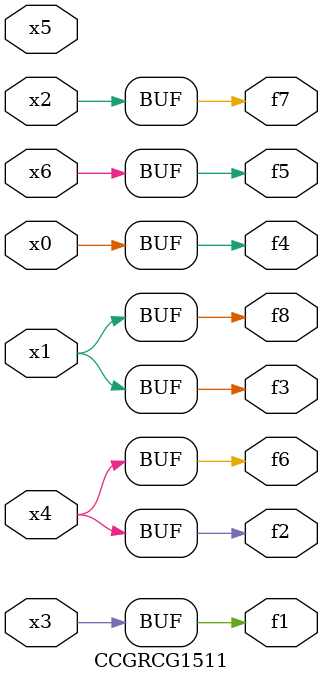
<source format=v>
module CCGRCG1511(
	input x0, x1, x2, x3, x4, x5, x6,
	output f1, f2, f3, f4, f5, f6, f7, f8
);
	assign f1 = x3;
	assign f2 = x4;
	assign f3 = x1;
	assign f4 = x0;
	assign f5 = x6;
	assign f6 = x4;
	assign f7 = x2;
	assign f8 = x1;
endmodule

</source>
